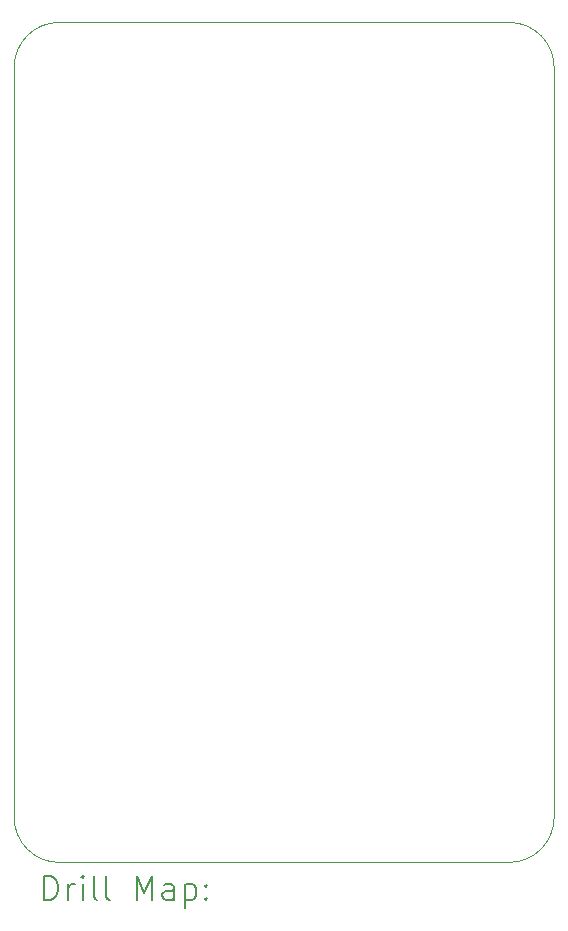
<source format=gbr>
%TF.GenerationSoftware,KiCad,Pcbnew,8.0.9*%
%TF.CreationDate,2025-05-16T13:11:49-04:00*%
%TF.ProjectId,groundside-charging,67726f75-6e64-4736-9964-652d63686172,rev?*%
%TF.SameCoordinates,Original*%
%TF.FileFunction,Drillmap*%
%TF.FilePolarity,Positive*%
%FSLAX45Y45*%
G04 Gerber Fmt 4.5, Leading zero omitted, Abs format (unit mm)*
G04 Created by KiCad (PCBNEW 8.0.9) date 2025-05-16 13:11:49*
%MOMM*%
%LPD*%
G01*
G04 APERTURE LIST*
%ADD10C,0.100000*%
%ADD11C,0.200000*%
G04 APERTURE END LIST*
D10*
X6908800Y-9220200D02*
X10718800Y-9220200D01*
X11099800Y-15951200D02*
G75*
G02*
X10718800Y-16332200I-381000J0D01*
G01*
X11099800Y-15951200D02*
X11099800Y-9601200D01*
X10718800Y-9220200D02*
G75*
G02*
X11099800Y-9601200I0J-381000D01*
G01*
X6527800Y-9601200D02*
G75*
G02*
X6908800Y-9220200I381000J0D01*
G01*
X10718800Y-16332200D02*
X6908800Y-16332200D01*
X6908800Y-16332200D02*
G75*
G02*
X6527800Y-15951200I0J381000D01*
G01*
X6527800Y-15951200D02*
X6527800Y-9601200D01*
D11*
X6783577Y-16648684D02*
X6783577Y-16448684D01*
X6783577Y-16448684D02*
X6831196Y-16448684D01*
X6831196Y-16448684D02*
X6859767Y-16458208D01*
X6859767Y-16458208D02*
X6878815Y-16477255D01*
X6878815Y-16477255D02*
X6888339Y-16496303D01*
X6888339Y-16496303D02*
X6897862Y-16534398D01*
X6897862Y-16534398D02*
X6897862Y-16562969D01*
X6897862Y-16562969D02*
X6888339Y-16601065D01*
X6888339Y-16601065D02*
X6878815Y-16620112D01*
X6878815Y-16620112D02*
X6859767Y-16639160D01*
X6859767Y-16639160D02*
X6831196Y-16648684D01*
X6831196Y-16648684D02*
X6783577Y-16648684D01*
X6983577Y-16648684D02*
X6983577Y-16515350D01*
X6983577Y-16553446D02*
X6993101Y-16534398D01*
X6993101Y-16534398D02*
X7002624Y-16524874D01*
X7002624Y-16524874D02*
X7021672Y-16515350D01*
X7021672Y-16515350D02*
X7040720Y-16515350D01*
X7107386Y-16648684D02*
X7107386Y-16515350D01*
X7107386Y-16448684D02*
X7097862Y-16458208D01*
X7097862Y-16458208D02*
X7107386Y-16467731D01*
X7107386Y-16467731D02*
X7116910Y-16458208D01*
X7116910Y-16458208D02*
X7107386Y-16448684D01*
X7107386Y-16448684D02*
X7107386Y-16467731D01*
X7231196Y-16648684D02*
X7212148Y-16639160D01*
X7212148Y-16639160D02*
X7202624Y-16620112D01*
X7202624Y-16620112D02*
X7202624Y-16448684D01*
X7335958Y-16648684D02*
X7316910Y-16639160D01*
X7316910Y-16639160D02*
X7307386Y-16620112D01*
X7307386Y-16620112D02*
X7307386Y-16448684D01*
X7564529Y-16648684D02*
X7564529Y-16448684D01*
X7564529Y-16448684D02*
X7631196Y-16591541D01*
X7631196Y-16591541D02*
X7697862Y-16448684D01*
X7697862Y-16448684D02*
X7697862Y-16648684D01*
X7878815Y-16648684D02*
X7878815Y-16543922D01*
X7878815Y-16543922D02*
X7869291Y-16524874D01*
X7869291Y-16524874D02*
X7850243Y-16515350D01*
X7850243Y-16515350D02*
X7812148Y-16515350D01*
X7812148Y-16515350D02*
X7793101Y-16524874D01*
X7878815Y-16639160D02*
X7859767Y-16648684D01*
X7859767Y-16648684D02*
X7812148Y-16648684D01*
X7812148Y-16648684D02*
X7793101Y-16639160D01*
X7793101Y-16639160D02*
X7783577Y-16620112D01*
X7783577Y-16620112D02*
X7783577Y-16601065D01*
X7783577Y-16601065D02*
X7793101Y-16582017D01*
X7793101Y-16582017D02*
X7812148Y-16572493D01*
X7812148Y-16572493D02*
X7859767Y-16572493D01*
X7859767Y-16572493D02*
X7878815Y-16562969D01*
X7974053Y-16515350D02*
X7974053Y-16715350D01*
X7974053Y-16524874D02*
X7993101Y-16515350D01*
X7993101Y-16515350D02*
X8031196Y-16515350D01*
X8031196Y-16515350D02*
X8050243Y-16524874D01*
X8050243Y-16524874D02*
X8059767Y-16534398D01*
X8059767Y-16534398D02*
X8069291Y-16553446D01*
X8069291Y-16553446D02*
X8069291Y-16610588D01*
X8069291Y-16610588D02*
X8059767Y-16629636D01*
X8059767Y-16629636D02*
X8050243Y-16639160D01*
X8050243Y-16639160D02*
X8031196Y-16648684D01*
X8031196Y-16648684D02*
X7993101Y-16648684D01*
X7993101Y-16648684D02*
X7974053Y-16639160D01*
X8155005Y-16629636D02*
X8164529Y-16639160D01*
X8164529Y-16639160D02*
X8155005Y-16648684D01*
X8155005Y-16648684D02*
X8145482Y-16639160D01*
X8145482Y-16639160D02*
X8155005Y-16629636D01*
X8155005Y-16629636D02*
X8155005Y-16648684D01*
X8155005Y-16524874D02*
X8164529Y-16534398D01*
X8164529Y-16534398D02*
X8155005Y-16543922D01*
X8155005Y-16543922D02*
X8145482Y-16534398D01*
X8145482Y-16534398D02*
X8155005Y-16524874D01*
X8155005Y-16524874D02*
X8155005Y-16543922D01*
M02*

</source>
